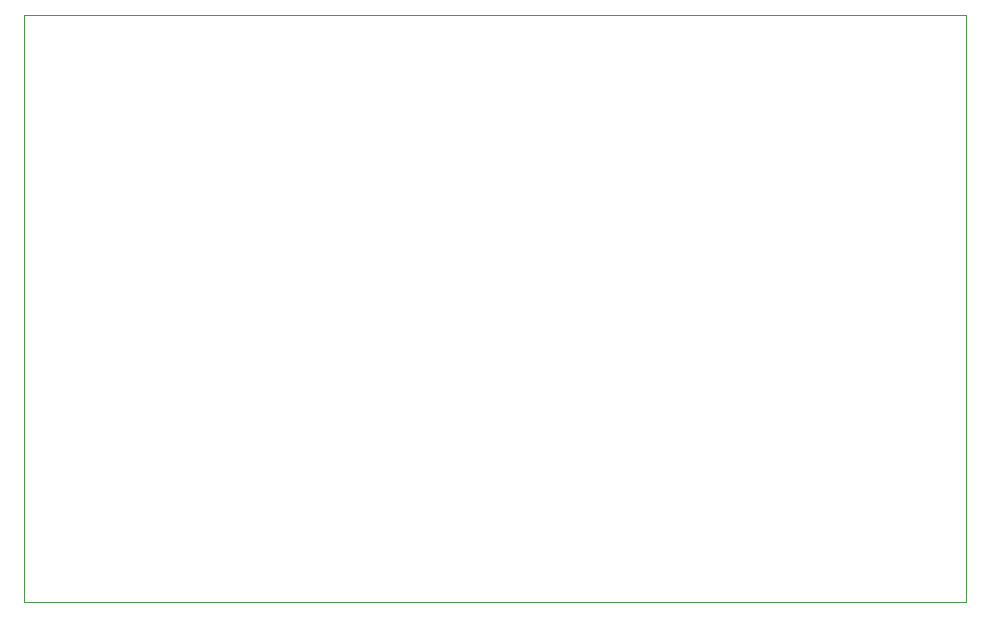
<source format=gm1>
G04 #@! TF.GenerationSoftware,KiCad,Pcbnew,(5.1.5)-3*
G04 #@! TF.CreationDate,2020-07-09T22:20:04+02:00*
G04 #@! TF.ProjectId,2x3_macropad,3278335f-6d61-4637-926f-7061642e6b69,rev?*
G04 #@! TF.SameCoordinates,Original*
G04 #@! TF.FileFunction,Profile,NP*
%FSLAX46Y46*%
G04 Gerber Fmt 4.6, Leading zero omitted, Abs format (unit mm)*
G04 Created by KiCad (PCBNEW (5.1.5)-3) date 2020-07-09 22:20:04*
%MOMM*%
%LPD*%
G04 APERTURE LIST*
%ADD10C,0.050000*%
G04 APERTURE END LIST*
D10*
X58500000Y-115020000D02*
X58500000Y-164700000D01*
X138250000Y-115020000D02*
X58500000Y-115020000D01*
X138250000Y-164700000D02*
X138250000Y-115020000D01*
X58500000Y-164700000D02*
X138250000Y-164700000D01*
M02*

</source>
